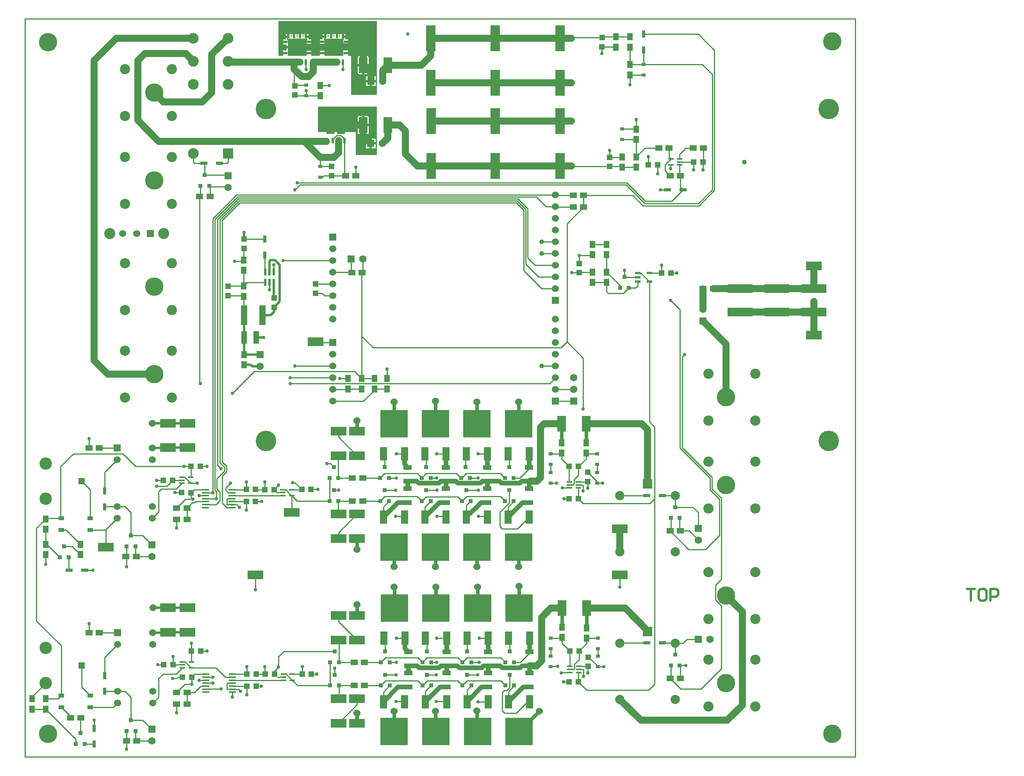
<source format=gtl>
G04*
G04 #@! TF.GenerationSoftware,Altium Limited,CircuitStudio,1.5.1 (13)*
G04*
G04 Layer_Physical_Order=1*
G04 Layer_Color=11767835*
%FSLAX23Y23*%
%MOIN*%
G70*
G01*
G75*
%ADD10R,0.031X0.063*%
%ADD11R,0.060X0.050*%
%ADD12R,0.035X0.037*%
%ADD13R,0.035X0.037*%
%ADD14R,0.047X0.032*%
%ADD15R,0.050X0.060*%
%ADD16R,0.136X0.073*%
%ADD17R,0.063X0.031*%
%ADD18R,0.050X0.107*%
%ADD19R,0.055X0.165*%
G04:AMPARAMS|DCode=20|XSize=43mil|YSize=70mil|CornerRadius=3mil|HoleSize=0mil|Usage=FLASHONLY|Rotation=90.000|XOffset=0mil|YOffset=0mil|HoleType=Round|Shape=RoundedRectangle|*
%AMROUNDEDRECTD20*
21,1,0.043,0.064,0,0,90.0*
21,1,0.037,0.070,0,0,90.0*
1,1,0.006,0.032,0.018*
1,1,0.006,0.032,-0.018*
1,1,0.006,-0.032,-0.018*
1,1,0.006,-0.032,0.018*
%
%ADD20ROUNDEDRECTD20*%
G04:AMPARAMS|DCode=21|XSize=37mil|YSize=70mil|CornerRadius=3mil|HoleSize=0mil|Usage=FLASHONLY|Rotation=90.000|XOffset=0mil|YOffset=0mil|HoleType=Round|Shape=RoundedRectangle|*
%AMROUNDEDRECTD21*
21,1,0.037,0.065,0,0,90.0*
21,1,0.032,0.070,0,0,90.0*
1,1,0.005,0.032,0.016*
1,1,0.005,0.032,-0.016*
1,1,0.005,-0.032,-0.016*
1,1,0.005,-0.032,0.016*
%
%ADD21ROUNDEDRECTD21*%
%ADD22R,0.024X0.050*%
%ADD23R,0.024X0.028*%
%ADD24R,0.161X0.150*%
%ADD25R,0.030X0.023*%
%ADD26R,0.006X0.012*%
%ADD27R,0.047X0.024*%
G04:AMPARAMS|DCode=28|XSize=75mil|YSize=133mil|CornerRadius=3mil|HoleSize=0mil|Usage=FLASHONLY|Rotation=0.000|XOffset=0mil|YOffset=0mil|HoleType=Round|Shape=RoundedRectangle|*
%AMROUNDEDRECTD28*
21,1,0.075,0.127,0,0,0.0*
21,1,0.070,0.133,0,0,0.0*
1,1,0.005,0.035,-0.064*
1,1,0.005,-0.035,-0.064*
1,1,0.005,-0.035,0.064*
1,1,0.005,0.035,0.064*
%
%ADD28ROUNDEDRECTD28*%
%ADD29R,0.079X0.224*%
G04:AMPARAMS|DCode=30|XSize=75mil|YSize=133mil|CornerRadius=3mil|HoleSize=0mil|Usage=FLASHONLY|Rotation=270.000|XOffset=0mil|YOffset=0mil|HoleType=Round|Shape=RoundedRectangle|*
%AMROUNDEDRECTD30*
21,1,0.075,0.127,0,0,270.0*
21,1,0.070,0.133,0,0,270.0*
1,1,0.005,-0.064,-0.035*
1,1,0.005,-0.064,0.035*
1,1,0.005,0.064,0.035*
1,1,0.005,0.064,-0.035*
%
%ADD30ROUNDEDRECTD30*%
%ADD31R,0.047X0.050*%
G04:AMPARAMS|DCode=32|XSize=58mil|YSize=16mil|CornerRadius=2mil|HoleSize=0mil|Usage=FLASHONLY|Rotation=0.000|XOffset=0mil|YOffset=0mil|HoleType=Round|Shape=RoundedRectangle|*
%AMROUNDEDRECTD32*
21,1,0.058,0.012,0,0,0.0*
21,1,0.054,0.016,0,0,0.0*
1,1,0.004,0.027,-0.006*
1,1,0.004,-0.027,-0.006*
1,1,0.004,-0.027,0.006*
1,1,0.004,0.027,0.006*
%
%ADD32ROUNDEDRECTD32*%
%ADD33R,0.047X0.016*%
%ADD34R,0.063X0.118*%
%ADD35R,0.236X0.236*%
%ADD36R,0.050X0.047*%
G04:AMPARAMS|DCode=37|XSize=57mil|YSize=23mil|CornerRadius=3mil|HoleSize=0mil|Usage=FLASHONLY|Rotation=270.000|XOffset=0mil|YOffset=0mil|HoleType=Round|Shape=RoundedRectangle|*
%AMROUNDEDRECTD37*
21,1,0.057,0.017,0,0,270.0*
21,1,0.051,0.023,0,0,270.0*
1,1,0.006,-0.009,-0.026*
1,1,0.006,-0.009,0.026*
1,1,0.006,0.009,0.026*
1,1,0.006,0.009,-0.026*
%
%ADD37ROUNDEDRECTD37*%
%ADD38R,0.035X0.031*%
%ADD39R,0.024X0.050*%
%ADD40R,0.039X0.039*%
%ADD41R,0.217X0.077*%
G04:AMPARAMS|DCode=42|XSize=47mil|YSize=16mil|CornerRadius=2mil|HoleSize=0mil|Usage=FLASHONLY|Rotation=0.000|XOffset=0mil|YOffset=0mil|HoleType=Round|Shape=RoundedRectangle|*
%AMROUNDEDRECTD42*
21,1,0.047,0.012,0,0,0.0*
21,1,0.043,0.016,0,0,0.0*
1,1,0.004,0.021,-0.006*
1,1,0.004,-0.021,-0.006*
1,1,0.004,-0.021,0.006*
1,1,0.004,0.021,0.006*
%
%ADD42ROUNDEDRECTD42*%
%ADD43C,0.010*%
%ADD44C,0.030*%
%ADD45C,0.060*%
%ADD46C,0.040*%
%ADD47C,0.020*%
%ADD48C,0.063*%
%ADD49R,0.063X0.063*%
%ADD50C,0.157*%
%ADD51C,0.087*%
%ADD52R,0.060X0.060*%
%ADD53C,0.060*%
%ADD54C,0.175*%
%ADD55C,0.091*%
%ADD56R,0.091X0.091*%
%ADD57C,0.079*%
%ADD58R,0.079X0.079*%
%ADD59C,0.106*%
%ADD60R,0.056X0.056*%
%ADD61R,0.060X0.060*%
%ADD62C,0.060*%
%ADD63C,0.094*%
%ADD64R,0.063X0.063*%
%ADD65C,0.040*%
%ADD66C,0.030*%
G36*
X4774Y7618D02*
X4557D01*
Y7953D01*
X4534D01*
X4530Y7955D01*
Y7967D01*
X4505D01*
Y7987D01*
X4530D01*
Y7998D01*
X4500D01*
Y8017D01*
X4319D01*
Y7998D01*
X4289D01*
Y7987D01*
X4314D01*
Y7967D01*
X4289D01*
Y7955D01*
X4285Y7953D01*
X4219D01*
X4215Y7955D01*
Y7967D01*
X4190D01*
Y7987D01*
X4215D01*
Y7998D01*
X4185D01*
Y8017D01*
X4004D01*
Y7998D01*
X3974D01*
Y7987D01*
X3999D01*
Y7967D01*
X3974D01*
Y7955D01*
X3970Y7953D01*
X3937D01*
Y8248D01*
X4774D01*
Y7618D01*
D02*
G37*
G36*
Y7106D02*
X4596D01*
Y7303D01*
X4501D01*
Y7287D01*
X4436D01*
Y7303D01*
X4412D01*
Y7287D01*
X4347D01*
Y7303D01*
X4272D01*
Y7520D01*
X4774D01*
Y7106D01*
D02*
G37*
%LPC*%
G36*
X4694Y7439D02*
X4669D01*
Y7372D01*
X4707D01*
Y7426D01*
X4706Y7431D01*
X4703Y7435D01*
X4699Y7438D01*
X4694Y7439D01*
D02*
G37*
G36*
X4649D02*
X4624D01*
X4619Y7438D01*
X4615Y7435D01*
X4612Y7431D01*
X4611Y7426D01*
Y7372D01*
X4649D01*
Y7439D01*
D02*
G37*
G36*
X4766Y7726D02*
X4734D01*
Y7695D01*
X4766D01*
Y7726D01*
D02*
G37*
G36*
X4714D02*
X4683D01*
Y7695D01*
X4714D01*
Y7726D01*
D02*
G37*
G36*
X4707Y7352D02*
X4669D01*
Y7286D01*
X4694D01*
X4699Y7287D01*
X4703Y7289D01*
X4706Y7294D01*
X4707Y7298D01*
Y7352D01*
D02*
G37*
G36*
X4764Y7195D02*
X4733D01*
Y7163D01*
X4764D01*
Y7195D01*
D02*
G37*
G36*
X4713D02*
X4681D01*
Y7163D01*
X4713D01*
Y7195D01*
D02*
G37*
G36*
Y7246D02*
X4681D01*
Y7215D01*
X4713D01*
Y7246D01*
D02*
G37*
G36*
X4649Y7352D02*
X4611D01*
Y7298D01*
X4612Y7294D01*
X4615Y7289D01*
X4619Y7287D01*
X4624Y7286D01*
X4649D01*
Y7352D01*
D02*
G37*
G36*
X4764Y7246D02*
X4733D01*
Y7215D01*
X4764D01*
Y7246D01*
D02*
G37*
G36*
X4324Y8140D02*
X4312D01*
Y8126D01*
X4324D01*
Y8140D01*
D02*
G37*
G36*
X4474D02*
X4462D01*
Y8112D01*
X4456D01*
Y8140D01*
X4444D01*
Y8116D01*
X4424D01*
Y8140D01*
X4412D01*
Y8112D01*
X4406D01*
Y8140D01*
X4394D01*
Y8116D01*
X4374D01*
Y8140D01*
X4362D01*
Y8112D01*
X4356D01*
Y8140D01*
X4344D01*
Y8116D01*
X4334D01*
Y8106D01*
X4312D01*
Y8094D01*
X4289D01*
Y8082D01*
X4314D01*
Y8062D01*
X4289D01*
Y8050D01*
X4319D01*
Y8037D01*
X4500D01*
Y8050D01*
X4530D01*
Y8062D01*
X4505D01*
Y8082D01*
X4530D01*
Y8094D01*
X4506D01*
Y8106D01*
X4484D01*
Y8116D01*
X4474D01*
Y8140D01*
D02*
G37*
G36*
X4160D02*
X4148D01*
Y8112D01*
X4142D01*
Y8140D01*
X4130D01*
Y8116D01*
X4110D01*
Y8140D01*
X4098D01*
Y8112D01*
X4092D01*
Y8140D01*
X4080D01*
Y8116D01*
X4060D01*
Y8140D01*
X4048D01*
Y8112D01*
X4042D01*
Y8140D01*
X4030D01*
Y8116D01*
X4020D01*
Y8106D01*
X3998D01*
Y8094D01*
X3974D01*
Y8082D01*
X3999D01*
Y8062D01*
X3974D01*
Y8050D01*
X4004D01*
Y8037D01*
X4185D01*
Y8050D01*
X4215D01*
Y8062D01*
X4190D01*
Y8082D01*
X4215D01*
Y8094D01*
X4192D01*
Y8106D01*
X4170D01*
Y8116D01*
X4160D01*
Y8140D01*
D02*
G37*
G36*
X4192D02*
X4180D01*
Y8126D01*
X4192D01*
Y8140D01*
D02*
G37*
G36*
X4010D02*
X3998D01*
Y8126D01*
X4010D01*
Y8140D01*
D02*
G37*
G36*
X4506D02*
X4494D01*
Y8126D01*
X4506D01*
Y8140D01*
D02*
G37*
G36*
X4649Y7864D02*
X4611D01*
Y7810D01*
X4612Y7805D01*
X4615Y7801D01*
X4619Y7798D01*
X4624Y7797D01*
X4649D01*
Y7864D01*
D02*
G37*
G36*
X4766Y7778D02*
X4734D01*
Y7746D01*
X4766D01*
Y7778D01*
D02*
G37*
G36*
X4714D02*
X4683D01*
Y7746D01*
X4714D01*
Y7778D01*
D02*
G37*
G36*
X4694Y7951D02*
X4669D01*
Y7884D01*
X4707D01*
Y7938D01*
X4706Y7943D01*
X4703Y7947D01*
X4699Y7950D01*
X4694Y7951D01*
D02*
G37*
G36*
X4649D02*
X4624D01*
X4619Y7950D01*
X4615Y7947D01*
X4612Y7943D01*
X4611Y7938D01*
Y7884D01*
X4649D01*
Y7951D01*
D02*
G37*
G36*
X4707Y7864D02*
X4669D01*
Y7797D01*
X4694D01*
X4699Y7798D01*
X4703Y7801D01*
X4706Y7805D01*
X4707Y7810D01*
Y7864D01*
D02*
G37*
%LPD*%
D10*
X2362Y2213D02*
D03*
Y2079D02*
D03*
X2451Y2530D02*
D03*
Y2663D02*
D03*
Y4104D02*
D03*
Y4238D02*
D03*
X3819Y6254D02*
D03*
Y6388D02*
D03*
X7053Y8138D02*
D03*
Y8004D02*
D03*
D11*
X2249Y2303D02*
D03*
X2161D02*
D03*
X2725Y2106D02*
D03*
X2638D02*
D03*
X2633Y3681D02*
D03*
X2721D02*
D03*
X3263Y6752D02*
D03*
X3351D02*
D03*
X6540Y6762D02*
D03*
X6452D02*
D03*
Y6663D02*
D03*
X6540D02*
D03*
X2406Y4606D02*
D03*
X2318D02*
D03*
X3154Y3996D02*
D03*
X3066D02*
D03*
X3154Y4094D02*
D03*
X3066D02*
D03*
X2318Y3031D02*
D03*
X2406D02*
D03*
X3066Y2421D02*
D03*
X3154D02*
D03*
X3066Y2520D02*
D03*
X3154D02*
D03*
X4670Y2579D02*
D03*
X4582D02*
D03*
X4670Y2776D02*
D03*
X4582D02*
D03*
X4650Y6102D02*
D03*
X4563D02*
D03*
X4508Y6929D02*
D03*
X4595D02*
D03*
X7181Y7165D02*
D03*
X7268D02*
D03*
X7367Y6929D02*
D03*
X7279D02*
D03*
X7476Y7165D02*
D03*
X7563D02*
D03*
X7560Y5965D02*
D03*
X7648D02*
D03*
X7367Y3898D02*
D03*
X7279D02*
D03*
Y2638D02*
D03*
X7367D02*
D03*
X4567Y4350D02*
D03*
X4654D02*
D03*
X4567Y4154D02*
D03*
X4654D02*
D03*
D12*
X2207Y2080D02*
D03*
X2244Y2172D02*
D03*
X2640Y2191D02*
D03*
X2677Y2283D02*
D03*
X2069Y3674D02*
D03*
X2106Y3767D02*
D03*
X2640Y3766D02*
D03*
X2677Y3858D02*
D03*
X3270Y6844D02*
D03*
X3307Y6936D02*
D03*
X6888Y6065D02*
D03*
X6851Y5973D02*
D03*
X7285Y4009D02*
D03*
X7323Y4101D02*
D03*
X7285Y2749D02*
D03*
X7323Y2842D02*
D03*
X5873Y2578D02*
D03*
X5910Y2670D02*
D03*
X5164Y2777D02*
D03*
X5201Y2869D02*
D03*
X5164Y2578D02*
D03*
X5201Y2670D02*
D03*
X5873Y2777D02*
D03*
X5910Y2869D02*
D03*
X5506Y2777D02*
D03*
X5544Y2869D02*
D03*
X5506Y2578D02*
D03*
X5544Y2670D02*
D03*
X4376Y2777D02*
D03*
X4414Y2869D02*
D03*
X4376Y2578D02*
D03*
X4414Y2670D02*
D03*
X4810Y2578D02*
D03*
X4847Y2670D02*
D03*
X4810Y2777D02*
D03*
X4847Y2869D02*
D03*
X5868Y4153D02*
D03*
X5906Y4245D02*
D03*
X5868Y4351D02*
D03*
X5906Y4444D02*
D03*
X5502Y4153D02*
D03*
X5539Y4245D02*
D03*
X5494Y4351D02*
D03*
X5531Y4444D02*
D03*
X5159Y4153D02*
D03*
X5197Y4245D02*
D03*
X5159Y4351D02*
D03*
X5197Y4444D02*
D03*
X4805Y4153D02*
D03*
X4843Y4245D02*
D03*
X4803Y4350D02*
D03*
X4841Y4443D02*
D03*
X4372Y4351D02*
D03*
X4409Y4444D02*
D03*
X4372Y4153D02*
D03*
X4409Y4245D02*
D03*
D13*
X2281Y2080D02*
D03*
X2715Y2191D02*
D03*
X2144Y3674D02*
D03*
X2715Y3766D02*
D03*
X3344Y6844D02*
D03*
X6926Y5973D02*
D03*
X7360Y4009D02*
D03*
Y2749D02*
D03*
X5947Y2578D02*
D03*
X5239Y2777D02*
D03*
Y2578D02*
D03*
X5947Y2777D02*
D03*
X5581D02*
D03*
X5581Y2578D02*
D03*
X4451Y2777D02*
D03*
X4451Y2578D02*
D03*
X4884D02*
D03*
X4884Y2777D02*
D03*
X5943Y4153D02*
D03*
X5943Y4351D02*
D03*
X5577Y4153D02*
D03*
X5569Y4351D02*
D03*
X5234Y4153D02*
D03*
Y4351D02*
D03*
X4880Y4153D02*
D03*
X4878Y4350D02*
D03*
X4447Y4351D02*
D03*
X4447Y4153D02*
D03*
D14*
X2081Y2492D02*
D03*
Y2392D02*
D03*
X2329D02*
D03*
Y2492D02*
D03*
X2081Y4007D02*
D03*
Y3907D02*
D03*
X2329D02*
D03*
Y4007D02*
D03*
D15*
X1949Y2377D02*
D03*
Y2465D02*
D03*
X1831D02*
D03*
Y2377D02*
D03*
X2244Y3696D02*
D03*
Y3784D02*
D03*
X1949Y3696D02*
D03*
Y3784D02*
D03*
Y3913D02*
D03*
Y4000D02*
D03*
X4291Y7701D02*
D03*
Y7614D02*
D03*
X3642Y5404D02*
D03*
Y5316D02*
D03*
X3640Y5901D02*
D03*
Y5989D02*
D03*
Y6210D02*
D03*
Y6122D02*
D03*
X4528Y5111D02*
D03*
Y5198D02*
D03*
X4646D02*
D03*
Y5111D02*
D03*
X4754Y5111D02*
D03*
Y5198D02*
D03*
X4862D02*
D03*
Y5111D02*
D03*
X6817Y8115D02*
D03*
Y8027D02*
D03*
X6935D02*
D03*
Y8115D02*
D03*
Y7878D02*
D03*
Y7791D02*
D03*
X6870Y7091D02*
D03*
Y7003D02*
D03*
X6988D02*
D03*
Y7091D02*
D03*
Y7327D02*
D03*
Y7240D02*
D03*
X6614Y6255D02*
D03*
Y6343D02*
D03*
X6737D02*
D03*
Y6255D02*
D03*
X6614Y6107D02*
D03*
Y6019D02*
D03*
X6737Y6107D02*
D03*
Y6019D02*
D03*
X6356Y3075D02*
D03*
Y2988D02*
D03*
X6566Y2982D02*
D03*
Y3070D02*
D03*
X6352Y4563D02*
D03*
Y4650D02*
D03*
X6561Y4650D02*
D03*
Y4563D02*
D03*
D16*
X2461Y3760D02*
D03*
X8504Y6161D02*
D03*
X4048Y4055D02*
D03*
X3740Y3524D02*
D03*
X6850Y3917D02*
D03*
Y3524D02*
D03*
X4252Y5512D02*
D03*
X8504Y5571D02*
D03*
D17*
X2281Y3563D02*
D03*
X2148D02*
D03*
X3299Y7037D02*
D03*
X3433D02*
D03*
X7390Y6811D02*
D03*
X7256D02*
D03*
X7213Y4199D02*
D03*
X7079D02*
D03*
X7213Y2943D02*
D03*
X7079D02*
D03*
D18*
X3642Y5551D02*
D03*
X3746D02*
D03*
D19*
X3642Y5738D02*
D03*
X3799D02*
D03*
D20*
X5039Y4141D02*
D03*
X6079Y2566D02*
D03*
Y2747D02*
D03*
X5371Y2566D02*
D03*
Y2747D02*
D03*
X5044Y2566D02*
D03*
Y2747D02*
D03*
X5725D02*
D03*
Y2566D02*
D03*
X6075Y4322D02*
D03*
Y4141D02*
D03*
X5720D02*
D03*
Y4322D02*
D03*
X5366D02*
D03*
Y4141D02*
D03*
X5039Y4322D02*
D03*
D21*
Y4259D02*
D03*
X6079Y2685D02*
D03*
Y2866D02*
D03*
X5371Y2685D02*
D03*
Y2866D02*
D03*
X5044Y2685D02*
D03*
Y2866D02*
D03*
X5725D02*
D03*
Y2685D02*
D03*
X6075Y4441D02*
D03*
Y4259D02*
D03*
X5720D02*
D03*
Y4441D02*
D03*
X5366D02*
D03*
Y4259D02*
D03*
X5039Y4441D02*
D03*
D22*
X4334Y7900D02*
D03*
X4384D02*
D03*
X4434D02*
D03*
X4484D02*
D03*
X4170D02*
D03*
X4120D02*
D03*
X4070D02*
D03*
X4020D02*
D03*
D23*
X4484Y8116D02*
D03*
X4434D02*
D03*
X4384D02*
D03*
X4334D02*
D03*
X4020D02*
D03*
X4070D02*
D03*
X4120D02*
D03*
X4170D02*
D03*
D24*
X4409Y8027D02*
D03*
X4095D02*
D03*
D25*
X4505Y8072D02*
D03*
X4314D02*
D03*
X4314Y7977D02*
D03*
X4505Y7977D02*
D03*
X4190D02*
D03*
X3999Y7977D02*
D03*
X3999Y8072D02*
D03*
X4190D02*
D03*
D26*
X4326Y8096D02*
D03*
X4493D02*
D03*
X4178D02*
D03*
X4011D02*
D03*
D27*
X7002Y6100D02*
D03*
Y6063D02*
D03*
Y6026D02*
D03*
X7101D02*
D03*
Y6100D02*
D03*
D28*
X4659Y7874D02*
D03*
X4869D02*
D03*
Y7362D02*
D03*
X4659D02*
D03*
X6566Y3238D02*
D03*
X6356D02*
D03*
X6352Y4813D02*
D03*
X6561D02*
D03*
D29*
X5236Y8104D02*
D03*
Y7722D02*
D03*
X5787D02*
D03*
Y8104D02*
D03*
X6339Y8104D02*
D03*
Y7722D02*
D03*
X5239Y7014D02*
D03*
Y7396D02*
D03*
X5787D02*
D03*
Y7014D02*
D03*
X6339Y7014D02*
D03*
Y7396D02*
D03*
D30*
X3160Y4608D02*
D03*
Y4817D02*
D03*
X2992D02*
D03*
Y4608D02*
D03*
Y3033D02*
D03*
Y3243D02*
D03*
X3160D02*
D03*
Y3033D02*
D03*
X4449Y2966D02*
D03*
Y3176D02*
D03*
X4606D02*
D03*
Y2966D02*
D03*
X4449Y2467D02*
D03*
Y2257D02*
D03*
X4606D02*
D03*
Y2467D02*
D03*
X4449Y4750D02*
D03*
Y4541D02*
D03*
Y3832D02*
D03*
Y4042D02*
D03*
X4606Y4541D02*
D03*
Y4750D02*
D03*
Y4042D02*
D03*
Y3832D02*
D03*
D31*
X3189Y4224D02*
D03*
X3110Y4225D02*
D03*
X3032Y4331D02*
D03*
X2952Y4331D02*
D03*
X3189Y4449D02*
D03*
X3268Y4449D02*
D03*
X3740Y4148D02*
D03*
X3661Y4148D02*
D03*
X3740Y4252D02*
D03*
X3661Y4252D02*
D03*
X3898Y4250D02*
D03*
X3819Y4250D02*
D03*
X2957Y2756D02*
D03*
X3036Y2756D02*
D03*
X3114Y2650D02*
D03*
X3194Y2650D02*
D03*
X3272Y2874D02*
D03*
X3193Y2874D02*
D03*
X3666Y2573D02*
D03*
X3745Y2573D02*
D03*
X3666Y2677D02*
D03*
X3745Y2677D02*
D03*
X3823Y2675D02*
D03*
X3902Y2675D02*
D03*
X4217Y2677D02*
D03*
X4138Y2677D02*
D03*
X7172Y7022D02*
D03*
X7093Y7022D02*
D03*
X7559Y7047D02*
D03*
X7480Y7047D02*
D03*
X7284Y6100D02*
D03*
X7204Y6100D02*
D03*
X6496Y2608D02*
D03*
X6417Y2608D02*
D03*
X6421Y2874D02*
D03*
X6501Y2874D02*
D03*
X6417Y4173D02*
D03*
X6496Y4173D02*
D03*
X6496Y4449D02*
D03*
X6417Y4449D02*
D03*
X4134Y4252D02*
D03*
X4213Y4252D02*
D03*
D32*
X3312Y4250D02*
D03*
Y4224D02*
D03*
Y4199D02*
D03*
Y4173D02*
D03*
Y4148D02*
D03*
Y4122D02*
D03*
Y4096D02*
D03*
X3538D02*
D03*
Y4122D02*
D03*
Y4148D02*
D03*
Y4173D02*
D03*
Y4199D02*
D03*
Y4224D02*
D03*
Y4250D02*
D03*
X3317Y2675D02*
D03*
Y2650D02*
D03*
Y2624D02*
D03*
Y2598D02*
D03*
Y2573D02*
D03*
Y2547D02*
D03*
Y2522D02*
D03*
X3543D02*
D03*
Y2547D02*
D03*
Y2573D02*
D03*
Y2598D02*
D03*
Y2624D02*
D03*
Y2650D02*
D03*
Y2675D02*
D03*
D33*
X3112Y4356D02*
D03*
Y4331D02*
D03*
Y4305D02*
D03*
X3187D02*
D03*
Y4356D02*
D03*
X4048Y4250D02*
D03*
Y4199D02*
D03*
X3973D02*
D03*
Y4225D02*
D03*
Y4250D02*
D03*
X3191Y2781D02*
D03*
Y2730D02*
D03*
X3117D02*
D03*
Y2756D02*
D03*
Y2781D02*
D03*
X3978Y2675D02*
D03*
Y2650D02*
D03*
Y2624D02*
D03*
X4052D02*
D03*
Y2675D02*
D03*
X7285Y7022D02*
D03*
Y7073D02*
D03*
X7360D02*
D03*
Y7047D02*
D03*
Y7022D02*
D03*
D34*
X5012Y2441D02*
D03*
X4831D02*
D03*
X5371D02*
D03*
X5189D02*
D03*
X5725D02*
D03*
X5544D02*
D03*
X6079D02*
D03*
X5898D02*
D03*
X5012Y4016D02*
D03*
X4831D02*
D03*
X5898Y2982D02*
D03*
X6079D02*
D03*
X5544D02*
D03*
X5725D02*
D03*
X5189D02*
D03*
X5371D02*
D03*
X4835D02*
D03*
X5016D02*
D03*
X5366Y4016D02*
D03*
X5185D02*
D03*
X5720D02*
D03*
X5539D02*
D03*
X6075D02*
D03*
X5894D02*
D03*
X4831Y4557D02*
D03*
X5012D02*
D03*
X5185D02*
D03*
X5366D02*
D03*
X5539D02*
D03*
X5720D02*
D03*
X5894D02*
D03*
X6075D02*
D03*
D35*
X4921Y2185D02*
D03*
X5280D02*
D03*
X5634D02*
D03*
X5989D02*
D03*
X4921Y3760D02*
D03*
X5989Y3238D02*
D03*
X5634D02*
D03*
X5280D02*
D03*
X4926D02*
D03*
X5276Y3760D02*
D03*
X5630D02*
D03*
X5984D02*
D03*
X4921Y4813D02*
D03*
X5276D02*
D03*
X5630D02*
D03*
X5984D02*
D03*
D36*
X3642Y6308D02*
D03*
X3642Y6388D02*
D03*
X3898Y5807D02*
D03*
X3898Y5886D02*
D03*
X3504Y5905D02*
D03*
X3504Y5985D02*
D03*
X4252Y6006D02*
D03*
X4252Y5926D02*
D03*
X4075Y7697D02*
D03*
X4075Y7618D02*
D03*
X4390Y6929D02*
D03*
X4390Y7008D02*
D03*
X6697Y8031D02*
D03*
X6698Y8111D02*
D03*
X6762Y7008D02*
D03*
X6762Y7087D02*
D03*
X6501Y6102D02*
D03*
X6501Y6181D02*
D03*
X6579Y2821D02*
D03*
X6579Y2742D02*
D03*
X6575Y4320D02*
D03*
X6575Y4400D02*
D03*
D37*
X3896Y6108D02*
D03*
X3858D02*
D03*
X3821D02*
D03*
Y6018D02*
D03*
X3858D02*
D03*
X3896D02*
D03*
D38*
X4173Y7612D02*
D03*
Y7703D02*
D03*
X4291Y7008D02*
D03*
Y6917D02*
D03*
X7053Y7880D02*
D03*
Y7789D02*
D03*
X6870Y7329D02*
D03*
Y7238D02*
D03*
X6260Y2831D02*
D03*
Y2740D02*
D03*
Y2892D02*
D03*
Y2982D02*
D03*
X6663Y2892D02*
D03*
Y2982D02*
D03*
Y2831D02*
D03*
Y2740D02*
D03*
X6654Y4467D02*
D03*
Y4557D02*
D03*
X6654Y4397D02*
D03*
Y4306D02*
D03*
X6260Y4397D02*
D03*
Y4306D02*
D03*
X6260Y4467D02*
D03*
Y4557D02*
D03*
D39*
X4349Y7230D02*
D03*
X4399D02*
D03*
X4449D02*
D03*
X4499D02*
D03*
D40*
X4380Y7362D02*
D03*
X4469D02*
D03*
D41*
X7874Y5966D02*
D03*
Y5767D02*
D03*
X8189Y5966D02*
D03*
Y5767D02*
D03*
X8504Y5966D02*
D03*
Y5767D02*
D03*
D42*
X6423Y2691D02*
D03*
Y2717D02*
D03*
Y2742D02*
D03*
X6499D02*
D03*
Y2717D02*
D03*
Y2691D02*
D03*
X6419Y4266D02*
D03*
Y4291D02*
D03*
Y4317D02*
D03*
X6494D02*
D03*
Y4291D02*
D03*
Y4266D02*
D03*
D43*
X2461Y3760D02*
Y3906D01*
X2054Y2465D02*
X2081Y2492D01*
X1949Y2465D02*
X2054D01*
X2081Y2492D02*
Y2919D01*
X1870Y3130D02*
X2081Y2919D01*
X2077Y4007D02*
Y4449D01*
X1870Y3130D02*
Y3922D01*
X1949Y4000D01*
X1955Y4007D01*
X2077D01*
Y4449D02*
X2185Y4557D01*
X2608D01*
X2717Y4449D01*
X3130D01*
X2281Y3563D02*
X2352D01*
X2362Y2213D02*
Y2283D01*
X1831Y2480D02*
X1949Y2598D01*
X1831Y2465D02*
Y2480D01*
X2281Y2080D02*
X2361D01*
X2244Y2172D02*
Y2299D01*
X2207Y2080D02*
Y2120D01*
X1949Y2377D02*
X2207Y2120D01*
X1831Y2377D02*
X1949D01*
X2081Y2392D02*
X2161Y2312D01*
X2524Y2392D02*
X2563Y2431D01*
X2329Y2392D02*
X2524D01*
X2256Y2565D02*
X2329Y2492D01*
X2256Y2565D02*
Y2748D01*
X2459Y3907D02*
X2559Y4006D01*
X2329Y3907D02*
X2459D01*
X2329Y4007D02*
Y4250D01*
X2256Y4323D02*
X2329Y4250D01*
X1949Y3612D02*
Y3696D01*
X1959Y3784D02*
X2069Y3674D01*
X1949Y3784D02*
X1959D01*
X2144Y3567D02*
Y3674D01*
X2174Y3767D02*
X2244Y3696D01*
X2106Y3767D02*
X2174D01*
X2121Y3907D02*
X2244Y3784D01*
X2081Y3907D02*
X2121D01*
X1949Y3784D02*
Y3913D01*
X4449Y2257D02*
X4606Y2415D01*
X5965Y2343D02*
X6063Y2441D01*
X4075Y6811D02*
X4078D01*
X4120Y6853D01*
X4094Y6870D02*
X6909D01*
X7067Y6713D01*
X3666Y2500D02*
Y2573D01*
X3543Y2624D02*
X3978D01*
X6443Y8111D02*
X6698D01*
X6443Y7008D02*
X6762D01*
X3191Y2730D02*
X3402D01*
X3482Y2650D01*
X3543D01*
X4048Y4055D02*
Y4199D01*
X4484Y7835D02*
Y7900D01*
X3976Y6206D02*
X4399D01*
X7367Y6834D02*
X7390Y6811D01*
X7367Y6834D02*
Y6929D01*
X3312Y4224D02*
X3374D01*
X3374D02*
Y6563D01*
X3577Y6766D01*
X6299D01*
X6304Y6762D02*
X6452D01*
X3317Y2598D02*
X3376D01*
X3391Y4250D02*
Y6556D01*
X3312Y4173D02*
X3405D01*
X3391Y6556D02*
X3584Y6749D01*
X3391Y4250D02*
X3404Y4237D01*
Y4175D02*
Y4237D01*
X3405Y4173D02*
X3406Y4173D01*
X6218Y6666D02*
X6299D01*
X3584Y6749D02*
X6135D01*
X6218Y6666D01*
X6302Y6663D02*
X6452D01*
X6181Y6366D02*
X6299D01*
X6181Y6266D02*
X6299D01*
X2638Y3593D02*
Y3677D01*
X2633Y3681D02*
X2638Y3677D01*
X3415Y4459D02*
X3445Y4429D01*
X3415Y4459D02*
Y6556D01*
X6127Y6166D02*
X6299D01*
X3591Y6732D02*
X5980D01*
X3415Y6556D02*
X3591Y6732D01*
X6063Y6230D02*
X6127Y6166D01*
X5980Y6732D02*
X6063Y6649D01*
Y6230D02*
Y6649D01*
X3312Y4122D02*
X3402D01*
X3435Y4155D01*
X3408Y4257D02*
X3435Y4229D01*
X3408Y4257D02*
Y4343D01*
X3435Y4481D02*
Y6552D01*
X3408Y4343D02*
X3475Y4410D01*
X3435Y6552D02*
X3598Y6715D01*
X3435Y4155D02*
Y4229D01*
X3475Y4410D02*
Y4442D01*
X3435Y4481D02*
X3475Y4442D01*
X5973Y6715D02*
X6046Y6642D01*
X3598Y6715D02*
X5973D01*
X6156Y6066D02*
X6299D01*
X6046Y6176D02*
Y6642D01*
Y6176D02*
X6156Y6066D01*
X3455Y4136D02*
Y4366D01*
Y4136D02*
X3494Y4096D01*
X3455Y4366D02*
X3492Y4403D01*
Y4449D01*
X3455Y4486D02*
Y6548D01*
Y4486D02*
X3492Y4449D01*
X3455Y6548D02*
X3605Y6698D01*
X3494Y4096D02*
X3538D01*
X6029Y6119D02*
X6181Y5966D01*
X5966Y6698D02*
X6029Y6635D01*
X3605Y6698D02*
X5966D01*
X6181Y5966D02*
X6299D01*
X6029Y6119D02*
Y6635D01*
X7279Y3898D02*
X7437Y3740D01*
X7283Y5866D02*
X7362Y5787D01*
X7437Y3740D02*
X7579D01*
X7700Y3861D01*
Y4171D01*
X7362Y4606D02*
X7620Y4349D01*
X7362Y4606D02*
Y5787D01*
X7620Y4250D02*
X7700Y4171D01*
X7620Y4250D02*
Y4349D01*
X2638Y2037D02*
Y2106D01*
X3543Y2481D02*
X3543Y2480D01*
X3543Y2481D02*
Y2522D01*
X7368Y2549D02*
X7542D01*
X7279Y2638D02*
X7368Y2549D01*
X7382Y4611D02*
Y5384D01*
Y4611D02*
X7637Y4356D01*
X7382Y5384D02*
X7402Y5404D01*
X7717Y2724D02*
Y3258D01*
X7665Y3309D02*
Y3435D01*
X7542Y2549D02*
X7717Y2724D01*
X7665Y3435D02*
X7717Y3487D01*
X7665Y3309D02*
X7717Y3258D01*
Y3487D02*
Y4178D01*
X7637Y4257D02*
Y4356D01*
Y4257D02*
X7717Y4178D01*
X6181Y5306D02*
X6299D01*
X3263Y5162D02*
X3268Y5157D01*
X3263Y5162D02*
Y6752D01*
X4251Y5156D02*
X4912D01*
X4035Y5157D02*
X4251Y5156D01*
X4913Y5157D02*
X6251D01*
X4912Y5156D02*
X4913Y5157D01*
X6251D02*
X6299Y5206D01*
Y5106D02*
X6457D01*
X6299Y5006D02*
X6457D01*
X4252Y6006D02*
X4399D01*
Y6106D02*
X4559D01*
X4399Y5006D02*
X4659D01*
X4399Y5106D02*
X4523D01*
X4528Y5111D01*
X4035Y5206D02*
X4399D01*
X7067Y6713D02*
X7291D01*
X7390Y6811D01*
X4075Y5306D02*
X4399D01*
X4120Y6853D02*
X6902D01*
X7063Y6693D01*
X7520D01*
X7638Y6811D01*
X7553Y7880D02*
X7638Y7795D01*
Y6811D02*
Y7795D01*
X7053Y7880D02*
X7553D01*
X4258Y5506D02*
X4399D01*
X6358Y4266D02*
X6419D01*
X6852Y4199D02*
X7079D01*
X7213D02*
X7321D01*
X6852Y2943D02*
X7079D01*
X7213D02*
X7321D01*
X6496Y2608D02*
X6565Y2539D01*
X7094D01*
X7146Y2591D01*
Y4173D01*
X7106Y4134D02*
X7146Y4173D01*
Y4783D01*
X7101Y4828D02*
X7146Y4783D01*
X7101Y4828D02*
Y6026D01*
X2638Y2189D02*
X2640Y2191D01*
X2638Y2106D02*
Y2189D01*
X3187Y4305D02*
X3242D01*
X3484Y4266D02*
X3524Y4305D01*
X3484Y4246D02*
Y4266D01*
Y4246D02*
X3506Y4224D01*
X3538D01*
X3973Y4199D02*
X3973Y4199D01*
X3538Y4250D02*
X3659D01*
X4528Y5111D02*
X4646D01*
X3504Y5905D02*
X3636D01*
X3508Y5989D02*
X3640D01*
X6691Y8104D02*
X6698Y8111D01*
X6702Y8115D01*
X6817D01*
X6935D01*
Y7878D02*
Y8027D01*
Y7878D02*
X7052D01*
X7053Y7880D01*
Y8004D01*
X4173Y7612D02*
Y7657D01*
X4170Y7838D02*
Y7900D01*
X4070Y7703D02*
Y7840D01*
X4080Y7703D02*
X4173D01*
X4080Y7612D02*
X4173D01*
X4290D01*
X3307Y6936D02*
Y7030D01*
X3270Y6758D02*
Y6844D01*
X3307Y6936D02*
X3499D01*
X3219Y7037D02*
X3299D01*
X3209Y7047D02*
X3219Y7037D01*
X3209Y7047D02*
Y7120D01*
X3433Y7037D02*
X3494D01*
X3504Y7047D01*
Y7120D01*
X4499Y7230D02*
Y7242D01*
X4469Y7272D02*
X4499Y7242D01*
X4432Y7272D02*
X4469D01*
X4399Y7239D02*
X4432Y7272D01*
X4399Y7230D02*
Y7239D01*
X4291Y7008D02*
Y7087D01*
X4291Y7087D01*
X4291Y7008D02*
X4390D01*
X4499Y6938D02*
Y7230D01*
Y6938D02*
X4508Y6929D01*
X4390D02*
X4508D01*
X4390Y6929D02*
X4390Y6929D01*
X4291Y6917D02*
X4310D01*
X4321Y6929D01*
X4390D01*
X6756Y7014D02*
X6762Y7008D01*
X6866D01*
X6870Y7003D01*
X6988D01*
Y7091D02*
Y7240D01*
X6872D02*
X6988D01*
Y7091D02*
X7063Y7165D01*
X7181D01*
X7268Y7090D02*
Y7165D01*
Y7090D02*
X7285Y7073D01*
X7360D02*
Y7114D01*
X7411Y7165D01*
X7476D01*
X7360Y6936D02*
Y7022D01*
Y6936D02*
X7367Y6929D01*
X7236Y7023D02*
X7285Y7073D01*
X7236Y6972D02*
Y7023D01*
Y6972D02*
X7279Y6929D01*
X7172Y6946D02*
Y7022D01*
X7283Y6988D02*
Y7020D01*
X7360Y7047D02*
X7480D01*
X3819Y6110D02*
Y6254D01*
X3640Y5989D02*
Y6122D01*
Y5989D02*
X3669Y6018D01*
X3821D01*
X3640Y5740D02*
Y5901D01*
Y5740D02*
X3642Y5738D01*
X2453Y4106D02*
X2559D01*
X2451Y4238D02*
Y4398D01*
X2559Y4506D01*
X2626Y4106D02*
X2677Y4055D01*
X2559Y4106D02*
X2626D01*
X3136Y4356D02*
X3187Y4305D01*
X3112Y4356D02*
X3136D01*
X3154Y3996D02*
Y4094D01*
X3538Y4148D02*
X3661D01*
X3997Y4250D02*
X4048Y4199D01*
X3973Y4250D02*
X3997D01*
X4094Y4153D02*
X4372D01*
X4048Y4199D02*
X4094Y4153D01*
X4447Y4351D02*
Y4539D01*
X4449Y4698D02*
X4606Y4541D01*
X4449Y4698D02*
Y4750D01*
X4447Y4044D02*
Y4153D01*
X4449Y3832D02*
Y3884D01*
X4606Y4042D01*
X4447Y4153D02*
X4566D01*
X4447Y4351D02*
X4566D01*
X4654Y4154D02*
X4804D01*
X4654Y4350D02*
X4803D01*
X4841Y4443D02*
Y4547D01*
X5494Y4344D02*
Y4346D01*
X5540Y4390D02*
X5830D01*
X5868Y4351D01*
X4805Y4153D02*
Y4156D01*
X4843Y4193D01*
X5119D01*
X5159Y4153D01*
X5197Y4190D01*
X5465D01*
X5502Y4153D01*
X5542Y4193D01*
X5828D01*
X5868Y4153D01*
X5159Y4351D02*
X5197Y4389D01*
X5452D01*
X5494Y4346D01*
X5497D01*
X5540Y4390D01*
X5197Y4444D02*
Y4545D01*
X5531Y4444D02*
Y4549D01*
X5906Y4444D02*
Y4545D01*
X5539Y4016D02*
Y4115D01*
X5577Y4153D01*
X4831Y4016D02*
Y4103D01*
X4880Y4153D01*
X5185Y4016D02*
Y4103D01*
X5234Y4153D01*
X4843Y4245D02*
X4934D01*
Y4023D02*
X5005D01*
X5012Y4016D01*
X5197Y4245D02*
X5288D01*
Y4023D02*
X5359D01*
X5366Y4016D01*
X5539Y4245D02*
X5643D01*
Y4023D02*
X5714D01*
X5720Y4016D01*
X5943Y4150D02*
Y4153D01*
X5894Y4101D02*
X5943Y4150D01*
X5906Y4137D02*
Y4245D01*
X5894Y4016D02*
Y4101D01*
X5976Y3917D02*
X6075Y4016D01*
X5846Y3917D02*
X5976D01*
X5827Y3937D02*
X5846Y3917D01*
X5827Y3937D02*
Y4058D01*
X5906Y4137D01*
X4941Y4557D02*
X5012D01*
X4941Y4557D02*
X4941Y4557D01*
X5285D02*
X5366D01*
X5285Y4557D02*
X5285Y4557D01*
X5235Y4350D02*
X5285D01*
X5640Y4557D02*
X5720D01*
X5640Y4557D02*
X5640Y4557D01*
X5570Y4350D02*
X5640D01*
X6260Y4397D02*
Y4467D01*
X6567Y4557D02*
X6654D01*
X6260D02*
X6347D01*
X6561Y4514D02*
Y4563D01*
X6496Y4449D02*
X6561Y4514D01*
X6352Y4514D02*
Y4563D01*
Y4514D02*
X6417Y4449D01*
X6419Y4291D02*
X6419Y4291D01*
X6496Y4173D02*
Y4264D01*
X6654Y4397D02*
Y4467D01*
X7323Y4101D02*
Y4201D01*
Y4101D02*
X7473D01*
X7520Y4055D01*
Y3919D02*
Y4055D01*
X2991Y4606D02*
X2992Y4608D01*
X2406Y4606D02*
X2559D01*
X3189Y4358D02*
Y4449D01*
X2677Y3858D02*
Y4055D01*
Y3858D02*
X2777D01*
X2854Y3781D01*
X2453Y2531D02*
X2563D01*
X2406Y3031D02*
X2563D01*
X2991Y3031D02*
X2992Y3033D01*
X2451Y2663D02*
Y2819D01*
X2563Y2931D01*
Y2531D02*
X2626D01*
X2677Y2480D01*
Y2283D02*
Y2480D01*
Y2283D02*
X2777D01*
X2854Y2206D01*
X2863Y2431D02*
X2865D01*
X2913Y2480D01*
Y2638D01*
X2953Y2677D01*
X3063D01*
X3117Y2730D01*
X3154Y2421D02*
Y2520D01*
X2859Y4006D02*
X2913Y4061D01*
Y4232D01*
X3117Y2781D02*
X3140D01*
X3191Y2730D01*
X3543Y2675D02*
X3663D01*
X3543Y2573D02*
X3665D01*
X4001Y2675D02*
X4052Y2624D01*
X3978Y2675D02*
X4001D01*
X3928Y2650D02*
X3978D01*
X4052Y2675D02*
X4136D01*
X3923Y4225D02*
X3973D01*
X3898Y4250D02*
X3923Y4225D01*
X4048Y4250D02*
X4131D01*
X4451Y2777D02*
Y2964D01*
Y2777D02*
X4581D01*
X4451Y2578D02*
X4581D01*
X4670Y2776D02*
X4809D01*
X4670Y2579D02*
X4809D01*
X4810Y2777D02*
X4848Y2815D01*
X5125D01*
X5164Y2777D01*
X5202Y2815D01*
X5468D01*
X5506Y2777D01*
X5545Y2815D01*
X5834D01*
X5873Y2777D01*
X4810Y2578D02*
X4850Y2618D01*
X5124D01*
X5164Y2578D01*
X5204Y2618D01*
X5466D01*
X5506Y2578D01*
X5511D01*
X5506D02*
X5547Y2618D01*
X5832D01*
X5873Y2578D01*
X4449Y3124D02*
X4606Y2966D01*
Y2415D02*
Y2467D01*
X4847Y2869D02*
Y2970D01*
X5201Y2869D02*
Y2970D01*
X5544Y2869D02*
Y2982D01*
X5910Y2869D02*
Y2970D01*
X4831Y2524D02*
X4884Y2578D01*
X4831Y2441D02*
Y2524D01*
X5189Y2529D02*
X5239Y2578D01*
X5189Y2441D02*
Y2529D01*
X5544Y2540D02*
X5581Y2578D01*
X5544Y2441D02*
Y2540D01*
X5947Y2575D02*
Y2578D01*
X5898Y2526D02*
X5947Y2575D01*
X5910Y2562D02*
Y2670D01*
X5884Y2536D02*
X5910Y2562D01*
X5846Y2520D02*
X5862Y2536D01*
X5846Y2362D02*
Y2520D01*
Y2362D02*
X5866Y2343D01*
X5965D01*
X6063Y2441D02*
X6079D01*
X5898D02*
Y2526D01*
X5862Y2536D02*
X5884D01*
X4449Y3124D02*
Y3176D01*
X4847Y2670D02*
X4938D01*
Y2444D02*
X5009D01*
X5201Y2670D02*
X5282D01*
Y2444D02*
X5368D01*
X5544Y2670D02*
X5637D01*
X5640Y2441D02*
X5725D01*
X4941Y2982D02*
X5016D01*
X4885Y2776D02*
X4941D01*
X5285Y2982D02*
X5371D01*
X5285Y2982D02*
X5285Y2982D01*
X5240Y2776D02*
X5285D01*
X5650Y2982D02*
X5725D01*
X5650Y2982D02*
X5650Y2982D01*
X5582Y2776D02*
X5650D01*
X6000Y2777D02*
X6079Y2856D01*
X5947Y2777D02*
X6000D01*
X5995Y4351D02*
X6075Y4431D01*
X5943Y4351D02*
X5995D01*
X6260Y2982D02*
X6351D01*
X6566D02*
X6663D01*
X6260Y2831D02*
Y2892D01*
X6663Y2831D02*
Y2892D01*
X6356Y2939D02*
Y2988D01*
Y2939D02*
X6421Y2874D01*
X6566Y2939D02*
Y2982D01*
X6501Y2874D02*
X6566Y2939D01*
X6421Y2744D02*
Y2874D01*
X6423Y2717D02*
X6423Y2717D01*
X6457D01*
X6463Y2723D01*
Y2762D01*
X6501Y2799D01*
Y2874D01*
X6496Y2608D02*
Y2688D01*
X6499Y2742D02*
X6579D01*
X7323Y2842D02*
Y2941D01*
X7390D01*
X7421Y2972D01*
X7520D01*
X7285Y2644D02*
Y2749D01*
X6737Y5940D02*
Y6019D01*
Y5940D02*
X6752Y5925D01*
X6878D01*
X6926Y5973D01*
X6737Y6107D02*
X6851Y5993D01*
Y5973D02*
Y5993D01*
X6614Y6019D02*
X6737D01*
Y6107D02*
Y6255D01*
X6614Y6343D02*
X6737D01*
X6926Y5973D02*
X6987D01*
X7002Y5989D01*
Y6026D01*
X7026Y6100D02*
X7101Y6026D01*
X7002Y6100D02*
X7026D01*
X7101D02*
X7204D01*
X4556Y6109D02*
X4559Y6106D01*
X4556Y6109D02*
Y6220D01*
X7285Y3904D02*
Y4009D01*
X3642Y6388D02*
X3819D01*
X2640Y3687D02*
Y3766D01*
X4451Y2469D02*
Y2578D01*
X4052Y2624D02*
X4099Y2578D01*
X4376D01*
Y2777D01*
X4138Y2740D02*
X4138Y2740D01*
X4138Y2677D02*
Y2740D01*
X3666Y2677D02*
Y2740D01*
X3036Y2756D02*
X3117D01*
X3036Y2756D02*
X3036Y2756D01*
X3036Y2756D02*
Y2825D01*
X3219Y2675D02*
X3317D01*
X3194Y2650D02*
X3219Y2675D01*
X3317Y2650D02*
X3374D01*
X3191Y2781D02*
Y2872D01*
X3193Y2874D02*
Y2940D01*
X3981Y2869D02*
X4414D01*
X7204Y6100D02*
Y6166D01*
X6505Y6107D02*
X6614D01*
X6501Y6102D02*
X6505Y6107D01*
X6439Y6102D02*
X6501D01*
X4659Y5006D02*
X4754Y5101D01*
Y5111D01*
X4862D01*
X4646Y5198D02*
X4754D01*
X4656Y6108D02*
Y6220D01*
X4646Y5561D02*
X4744Y5463D01*
X6348D01*
X6398Y5512D01*
Y6521D01*
X6540Y6663D01*
Y6762D01*
X4646Y5198D02*
Y5561D01*
Y6098D01*
X6571Y4317D02*
X6575Y4320D01*
X6494Y4317D02*
X6571D01*
X6535Y4134D02*
X7106D01*
X6496Y4173D02*
X6535Y4134D01*
X3189Y4187D02*
Y4224D01*
X3215Y4250D02*
X3312D01*
X3189Y4224D02*
X3215Y4250D01*
X3543Y5073D02*
X3729Y5260D01*
X7284Y6100D02*
X7337D01*
X6891Y6063D02*
X7002D01*
X6888Y6065D02*
X6891Y6063D01*
X6501Y6181D02*
Y6250D01*
X6609D01*
X6870Y7329D02*
X6987D01*
X6988Y7327D01*
Y7411D01*
X6762Y7087D02*
X6866D01*
X7093Y7022D02*
Y7093D01*
X7096Y7096D01*
X7559Y6979D02*
Y7047D01*
X7563Y7051D02*
Y7165D01*
X7195Y6811D02*
X7256D01*
X6935Y7707D02*
Y7791D01*
X7052D01*
X6697Y7973D02*
Y8031D01*
X6813D01*
X4291Y7701D02*
X4369D01*
X3351Y6752D02*
Y6837D01*
X3498D01*
X3640Y6210D02*
Y6307D01*
X3896Y6108D02*
Y6161D01*
X4252Y5926D02*
X4309D01*
X4330Y5906D01*
X4399D01*
X3729Y5260D02*
X4584D01*
X4646Y5198D01*
X4862Y5198D02*
Y5279D01*
X4460Y5198D02*
X4528D01*
X2318Y4606D02*
Y4685D01*
X2913Y4232D02*
X2936Y4255D01*
X3066Y3922D02*
Y3996D01*
X3258Y4199D02*
X3312D01*
X3494Y4173D02*
X3538D01*
X3494Y4173D02*
X3494Y4173D01*
X3494Y4120D02*
Y4173D01*
Y4120D02*
X3496Y4122D01*
X3538D01*
X3582D01*
X3602Y4101D01*
X3819Y4250D02*
Y4317D01*
X3742Y4250D02*
X3819D01*
X2715Y3687D02*
Y3766D01*
Y3687D02*
X2721Y3681D01*
X2854D01*
X3740Y3396D02*
Y3524D01*
X3272Y2874D02*
X3327D01*
X2904Y2756D02*
X2957D01*
X3078Y2650D02*
X3114D01*
X3066Y2347D02*
Y2421D01*
X3258Y2624D02*
X3317D01*
X3319Y2549D02*
X3445D01*
X3494Y2598D02*
X3543D01*
X3494Y2547D02*
Y2598D01*
Y2547D02*
X3494Y2547D01*
X3543D01*
X3596D01*
X3612Y2531D01*
X3745Y2573D02*
X3789D01*
X3745Y2677D02*
X3821D01*
X3819Y2680D02*
X3821Y2677D01*
X3819Y2680D02*
Y2740D01*
X4217Y2677D02*
X4261D01*
X2715Y2117D02*
Y2191D01*
Y2117D02*
X2725Y2106D01*
X2854D01*
X2318Y3031D02*
Y3106D01*
X7367Y2638D02*
Y2743D01*
X7360Y2749D02*
X7367Y2743D01*
X7360Y2749D02*
X7411D01*
X6370Y2608D02*
X6417D01*
X6663Y2740D02*
X6713D01*
X6499Y2717D02*
X6535D01*
X6575Y2687D02*
X6579Y2691D01*
X6535Y2717D02*
X6540Y2712D01*
Y2657D02*
Y2712D01*
X6260Y2740D02*
X6262Y2742D01*
X6319D01*
X6850Y3421D02*
Y3524D01*
X7360Y3904D02*
Y4009D01*
Y3904D02*
X7367Y3898D01*
X7441D01*
X7520Y3819D01*
X6575Y4262D02*
Y4320D01*
Y4262D02*
X6575Y4262D01*
X6496Y4374D02*
Y4449D01*
X6419Y4291D02*
X6447D01*
X6459Y4304D01*
Y4337D01*
X6496Y4374D01*
X6417Y4319D02*
Y4449D01*
X6260Y4306D02*
X6309D01*
X6371Y4173D02*
X6417D01*
X6575Y4400D02*
X6654Y4321D01*
Y4306D02*
Y4321D01*
Y4306D02*
X6703D01*
X6494Y4291D02*
X6530D01*
X6535Y4286D01*
Y4238D02*
Y4286D01*
X4595Y6929D02*
Y7002D01*
X4596Y7003D01*
X6575Y2687D02*
Y2738D01*
X6540Y6762D02*
X6959D01*
X7047Y6673D01*
X7524D01*
X7657Y6807D01*
Y8000D01*
X7520Y8138D02*
X7657Y8000D01*
X7053Y8138D02*
X7520D01*
X4381Y4472D02*
X4409Y4444D01*
X4350Y4472D02*
X4381D01*
X3032Y4331D02*
X3112D01*
X3062Y4255D02*
X3112Y4305D01*
X2936Y4255D02*
X3062D01*
X3661Y4075D02*
Y4148D01*
X3898Y4250D02*
Y4252D01*
X3937Y4291D01*
X7480Y6979D02*
Y7047D01*
X3661Y4252D02*
Y4317D01*
X4410Y4245D02*
X4449D01*
X4372Y4153D02*
Y4351D01*
X3563Y6201D02*
X3631D01*
X3640Y6210D01*
X6762Y7087D02*
X6762Y7087D01*
X6762Y7087D02*
Y7146D01*
X3189Y4449D02*
X3189Y4449D01*
X3130Y4449D02*
X3189D01*
X3268Y4449D02*
X3268Y4449D01*
X3327D01*
X4213Y4252D02*
X4213Y4252D01*
X4272D01*
X3538Y4199D02*
X3973D01*
X3740Y4148D02*
X3793D01*
X3189Y4187D02*
X3207Y4169D01*
X3154Y4094D02*
X3199Y4139D01*
X3220D01*
X3228Y4148D01*
X3312D01*
X3141Y4169D02*
X3207D01*
X3066Y4094D02*
X3141Y4169D01*
X6579Y2821D02*
X6588D01*
Y2815D02*
X6663Y2740D01*
X6588Y2815D02*
Y2821D01*
X3066Y2638D02*
X3078Y2650D01*
X3031Y2638D02*
X3066D01*
X3194Y2589D02*
Y2650D01*
X3135Y2589D02*
X3194D01*
X3066Y2520D02*
X3135Y2589D01*
X3272Y2573D02*
X3317D01*
X3219Y2520D02*
X3272Y2573D01*
X3154Y2520D02*
X3219D01*
X4414Y2670D02*
Y2726D01*
X3858Y5955D02*
Y6018D01*
X2983Y4281D02*
X3032Y4331D01*
X2894Y4281D02*
X2983D01*
X2894Y4331D02*
X2952D01*
X3051Y4225D02*
X3110D01*
X6888Y6065D02*
Y6122D01*
X4075Y4311D02*
X4134Y4252D01*
X4055Y4311D02*
X4075D01*
X3902Y2675D02*
Y2702D01*
X3937Y2736D01*
Y2825D02*
X3981Y2869D01*
X3937Y2736D02*
Y2825D01*
X6398Y5512D02*
X6535Y5374D01*
Y4941D02*
Y5374D01*
X6348Y2687D02*
X6352Y2691D01*
X6423D01*
X6427D01*
X5121Y4390D02*
X5159Y4351D01*
X4803Y4350D02*
X4843Y4390D01*
X5121D01*
X4878Y4350D02*
X4941D01*
X1772Y8268D02*
X8858D01*
Y1969D02*
Y8268D01*
X1772Y1969D02*
Y8268D01*
Y1969D02*
X8858D01*
D44*
X4606Y2257D02*
Y2343D01*
X4921Y2224D02*
Y2361D01*
X5277Y2237D02*
Y2361D01*
X5268Y2228D02*
X5277Y2237D01*
X5268Y2228D02*
X5295Y2200D01*
X4921Y2224D02*
X4941Y2205D01*
X4921Y2185D02*
X4941Y2205D01*
X5280Y2185D02*
X5295Y2200D01*
X5630Y2189D02*
Y2362D01*
Y2189D02*
X5634Y2185D01*
X5989D02*
X6161Y2358D01*
X6075Y4312D02*
X6084D01*
X6065Y4322D02*
X6075Y4312D01*
X5366Y4311D02*
X5378Y4322D01*
X5711Y2747D02*
X5723Y2736D01*
X5359Y2747D02*
X5370Y2737D01*
X4606Y4750D02*
Y4839D01*
X5984Y4813D02*
Y5000D01*
X5630Y4813D02*
Y5000D01*
X5276Y4813D02*
Y5006D01*
X4921Y4813D02*
Y5000D01*
X4606Y3176D02*
Y3268D01*
X4921Y3421D02*
X4926Y3416D01*
Y3238D02*
Y3416D01*
X5280Y3238D02*
Y3421D01*
X5634Y3238D02*
Y3421D01*
X5989Y3238D02*
Y3425D01*
X4606Y3740D02*
Y3832D01*
X5984Y3593D02*
Y3760D01*
X5630Y3593D02*
Y3760D01*
X5276Y3593D02*
Y3760D01*
X4921Y3593D02*
Y3760D01*
X5366Y4311D02*
Y4312D01*
X6073Y4311D02*
X6075Y4312D01*
X5718Y4310D02*
X5720Y4312D01*
X7087Y4301D02*
X7087Y4301D01*
X6352Y4650D02*
Y4813D01*
X6561Y4645D02*
Y4813D01*
X5371Y2736D02*
Y2738D01*
X5723Y2736D02*
X5725Y2738D01*
X6566Y3070D02*
Y3238D01*
X6356Y3075D02*
Y3238D01*
X5369Y2736D02*
X5370Y2737D01*
X5371Y2738D01*
X5370Y2737D02*
X5371Y2736D01*
D45*
X4434Y7900D02*
X4435D01*
X4384D02*
X4434D01*
X4334D02*
X4384D01*
X4291D02*
X4334D01*
X4232D02*
X4291D01*
X4232Y7816D02*
Y7900D01*
X4192Y7776D02*
X4232Y7816D01*
X4134Y7776D02*
X4192D01*
X2553Y8104D02*
X3209D01*
X5236Y7953D02*
Y8104D01*
X5157Y7874D02*
X5236Y7953D01*
X4869Y7874D02*
X5157D01*
X4824Y7736D02*
Y7830D01*
X4869Y7874D01*
X4724Y7736D02*
Y7809D01*
X4659Y7874D02*
X4724Y7809D01*
X4409Y8031D02*
X4606D01*
X4099Y8027D02*
X4409D01*
X4606Y8031D02*
X4659Y7979D01*
Y7874D02*
Y7979D01*
X2480Y5236D02*
X2874D01*
X6339Y7396D02*
X6437D01*
X6339Y7396D02*
X6339Y7396D01*
X5787Y7396D02*
X6339D01*
X5239D02*
X5787D01*
X6339Y7722D02*
X6437D01*
X6339Y7722D02*
X6339Y7722D01*
X5787Y7722D02*
X6339D01*
X5236D02*
X5787D01*
X6339Y8104D02*
X6437D01*
X6339Y7014D02*
X6437D01*
X2874Y7638D02*
X2953Y7559D01*
X3287D01*
X3366Y7638D01*
Y7967D01*
X3504Y8104D01*
X3511Y7900D02*
X4020D01*
X4070D01*
X4120D01*
X5236Y8104D02*
X5787D01*
X6339D01*
X6339Y8104D01*
X4070Y7840D02*
X4134Y7776D01*
X4070Y7840D02*
Y7900D01*
X2362Y5354D02*
X2480Y5236D01*
X2362Y5354D02*
Y7913D01*
X2553Y8104D01*
X3144Y7972D02*
X3209Y7907D01*
X2795Y7972D02*
X3144D01*
X2736Y7913D02*
X2795Y7972D01*
X2736Y7402D02*
Y7913D01*
Y7402D02*
X2913Y7224D01*
X4449Y7126D02*
Y7230D01*
X4409Y7087D02*
X4449Y7126D01*
X4291Y7087D02*
X4409D01*
X4154Y7224D02*
X4291Y7087D01*
X2913Y7224D02*
X4154D01*
X4344D01*
X4469Y7362D02*
X4659D01*
X4869D02*
X4970D01*
X5020Y7313D01*
Y7116D02*
Y7313D01*
Y7116D02*
X5122Y7014D01*
X5239D01*
X4659Y7269D02*
Y7362D01*
Y7269D02*
X4723Y7205D01*
X4823D02*
X4869Y7250D01*
Y7362D01*
X5239Y7014D02*
X5787D01*
X6339D01*
X6201Y4813D02*
X6352D01*
X6561D02*
X7037D01*
X7087Y4764D01*
Y4301D02*
Y4764D01*
X6850Y3917D02*
X6851Y3917D01*
X7756Y5039D02*
Y5492D01*
X7559Y5689D02*
X7756Y5492D01*
X7559Y5789D02*
Y5964D01*
X7648Y5965D02*
X7873D01*
X7874Y5966D01*
X8189D01*
X8504D01*
Y6161D01*
X7874Y5767D02*
X8189D01*
X8504D01*
Y5571D02*
Y5767D01*
X6260Y3238D02*
X6356D01*
X6181Y2788D02*
Y3159D01*
X6260Y3238D01*
X6171Y4352D02*
Y4783D01*
X6201Y4813D01*
X6566Y3238D02*
X6894D01*
X7091Y3041D01*
X6850Y3720D02*
Y3917D01*
X8504Y5767D02*
Y5856D01*
X6140Y2747D02*
X6181Y2788D01*
X6079Y2747D02*
X6140D01*
X6142Y4323D02*
X6171Y4352D01*
X6085Y4323D02*
X6142D01*
X6850Y2461D02*
X7028Y2283D01*
X7766D01*
X7894Y2411D01*
Y3209D01*
X7756Y3346D02*
X7894Y3209D01*
D46*
X5720Y4322D02*
X5823D01*
X5675D02*
X5720D01*
X5378D02*
X5449D01*
X5366D02*
X5378D01*
X5321D02*
X5366D01*
X6062D02*
X6063Y4321D01*
X6012Y4322D02*
X6062D01*
X5995Y4306D02*
X6012Y4322D01*
X5839Y4306D02*
X5995D01*
X5823Y4322D02*
X5839Y4306D01*
X5658Y4305D02*
X5675Y4322D01*
X5465Y4305D02*
X5658D01*
X5449Y4322D02*
X5465Y4305D01*
X5304D02*
X5321Y4322D01*
X5131Y4305D02*
X5304D01*
X5114Y4322D02*
X5131Y4305D01*
X5039Y4322D02*
X5114D01*
X5725Y2747D02*
X5827D01*
X5711D02*
X5725D01*
X5685D02*
X5711D01*
X5371D02*
X5461D01*
X5359D02*
X5371D01*
X5321D02*
X5359D01*
X6016D02*
X6078D01*
X5999Y2731D02*
X6016Y2747D01*
X5844Y2731D02*
X5999D01*
X5827Y2747D02*
X5844Y2731D01*
X5668Y2731D02*
X5685Y2747D01*
X5478Y2731D02*
X5668D01*
X5461Y2747D02*
X5478Y2731D01*
X5304D02*
X5321Y2747D01*
X5135Y2731D02*
X5304D01*
X5118Y2747D02*
X5135Y2731D01*
X5044Y2747D02*
X5118D01*
X6075Y4259D02*
Y4312D01*
X5039Y4259D02*
Y4312D01*
X5366Y4259D02*
Y4311D01*
X5720Y4259D02*
Y4312D01*
X4956Y4141D02*
X5039D01*
X5310D02*
X5366D01*
X5665D02*
X5720D01*
X5539Y4016D02*
X5665Y4141D01*
X6019D02*
X6075D01*
X5894Y4016D02*
X6019Y4141D01*
X4831Y4016D02*
X4956Y4141D01*
X5185Y4016D02*
X5310Y4141D01*
X6079Y2685D02*
Y2738D01*
X4956Y2566D02*
X5044D01*
X4831Y2441D02*
X4956Y2566D01*
X5315D02*
X5371D01*
X5189Y2441D02*
X5315Y2566D01*
X5669D02*
X5725D01*
X5544Y2441D02*
X5669Y2566D01*
X6024D02*
X6079D01*
X5898Y2441D02*
X6024Y2566D01*
X5725Y2685D02*
Y2738D01*
X5044Y2685D02*
Y2738D01*
X5371Y2685D02*
Y2736D01*
X5012Y4468D02*
Y4557D01*
Y4468D02*
X5039Y4441D01*
X5366D02*
Y4557D01*
X5720Y4441D02*
Y4557D01*
X6075Y4441D02*
Y4557D01*
X5016Y2893D02*
Y2982D01*
Y2893D02*
X5044Y2866D01*
X5371D02*
Y2982D01*
X5725Y2866D02*
Y2982D01*
X6079Y2866D02*
Y2982D01*
D47*
X3642Y5571D02*
Y5738D01*
X3799D02*
X3868D01*
X3898Y5768D01*
X3642Y5404D02*
Y5571D01*
Y5404D02*
X3780D01*
X3712Y5304D02*
X3780D01*
X3700Y5316D02*
X3712Y5304D01*
X3642Y5316D02*
X3700D01*
X2859Y4606D02*
X2991D01*
X2992Y4608D02*
X3160D01*
X2863Y3031D02*
X2991D01*
X2992Y3033D02*
X3160D01*
X3642Y6388D02*
Y6447D01*
X2992Y4817D02*
X3160D01*
X2859D02*
X2992D01*
Y3243D02*
X3160D01*
X2864D02*
X2992D01*
X3746Y5551D02*
X3809D01*
X3906Y6211D02*
X3947Y6170D01*
X3868Y6211D02*
X3906D01*
X3858Y6201D02*
X3868Y6211D01*
X3858Y6108D02*
Y6201D01*
X3898Y5768D02*
Y5807D01*
X3947Y5856D01*
Y6170D01*
X3896Y5889D02*
Y6018D01*
X9813Y3402D02*
X9880D01*
X9846D01*
Y3302D01*
X9963Y3402D02*
X9930D01*
X9913Y3385D01*
Y3319D01*
X9930Y3302D01*
X9963D01*
X9980Y3319D01*
Y3385D01*
X9963Y3402D01*
X10013Y3302D02*
Y3402D01*
X10063D01*
X10080Y3385D01*
Y3352D01*
X10063Y3335D01*
X10013D01*
D48*
X2854Y2106D02*
D03*
X7559Y5789D02*
D03*
X3504Y6831D02*
D03*
X6457Y5106D02*
D03*
Y5206D02*
D03*
X4824Y7736D02*
D03*
X2854Y3681D02*
D03*
X3780Y5304D02*
D03*
X4656Y6220D02*
D03*
X4823Y7205D02*
D03*
X7520Y3819D02*
D03*
X7620Y2972D02*
D03*
D49*
X2854Y2206D02*
D03*
X7559Y5689D02*
D03*
X3504Y6931D02*
D03*
X6457Y5006D02*
D03*
X2854Y3781D02*
D03*
X3780Y5404D02*
D03*
X7520Y3919D02*
D03*
D50*
X7756Y4291D02*
D03*
X7756Y5039D02*
D03*
X1969Y8071D02*
D03*
X8661Y8075D02*
D03*
Y2165D02*
D03*
X1969D02*
D03*
X7756Y3346D02*
D03*
X2874Y7638D02*
D03*
Y6890D02*
D03*
X2874Y5984D02*
D03*
X2874Y5236D02*
D03*
X7756Y2598D02*
D03*
D51*
X7606Y4491D02*
D03*
Y4091D02*
D03*
X8006Y4491D02*
D03*
Y4091D02*
D03*
X8006Y4839D02*
D03*
Y5239D02*
D03*
X7606Y4839D02*
D03*
Y5239D02*
D03*
X8006Y3146D02*
D03*
Y3546D02*
D03*
X7606Y3146D02*
D03*
Y3546D02*
D03*
X2624Y7838D02*
D03*
Y7438D02*
D03*
X3024Y7838D02*
D03*
Y7438D02*
D03*
Y6690D02*
D03*
Y7090D02*
D03*
X2624Y6690D02*
D03*
Y7090D02*
D03*
X2624Y6184D02*
D03*
Y5784D02*
D03*
X3024Y6184D02*
D03*
Y5784D02*
D03*
X3024Y5036D02*
D03*
Y5436D02*
D03*
X2624Y5036D02*
D03*
Y5436D02*
D03*
X7606Y2798D02*
D03*
Y2398D02*
D03*
X8006Y2798D02*
D03*
Y2398D02*
D03*
D52*
X4399Y5506D02*
D03*
Y6406D02*
D03*
X6299Y5006D02*
D03*
Y5866D02*
D03*
X2559Y4606D02*
D03*
X2563Y3031D02*
D03*
D53*
X4399Y5406D02*
D03*
Y5306D02*
D03*
Y5206D02*
D03*
Y5106D02*
D03*
Y5006D02*
D03*
Y6306D02*
D03*
Y6206D02*
D03*
Y6106D02*
D03*
Y6006D02*
D03*
Y5906D02*
D03*
Y5806D02*
D03*
Y5706D02*
D03*
X6299Y5106D02*
D03*
Y5206D02*
D03*
Y5306D02*
D03*
Y5406D02*
D03*
Y5506D02*
D03*
Y5606D02*
D03*
Y5706D02*
D03*
Y5966D02*
D03*
Y6066D02*
D03*
Y6166D02*
D03*
Y6266D02*
D03*
Y6366D02*
D03*
Y6466D02*
D03*
Y6566D02*
D03*
Y6666D02*
D03*
Y6766D02*
D03*
X2859Y4606D02*
D03*
Y4506D02*
D03*
Y4106D02*
D03*
Y4006D02*
D03*
X2559D02*
D03*
Y4106D02*
D03*
Y4506D02*
D03*
X2563Y2931D02*
D03*
Y2531D02*
D03*
Y2431D02*
D03*
X2863D02*
D03*
Y2531D02*
D03*
Y2931D02*
D03*
Y3031D02*
D03*
X4606Y2343D02*
D03*
X4921Y2361D02*
D03*
X5277D02*
D03*
X5630Y2362D02*
D03*
X6161Y2358D02*
D03*
X6437Y7396D02*
D03*
X6437Y7722D02*
D03*
Y8104D02*
D03*
X6437Y7014D02*
D03*
X4606Y4839D02*
D03*
X5984Y5000D02*
D03*
X5630D02*
D03*
X5276Y5006D02*
D03*
X4921Y5000D02*
D03*
X4606Y3268D02*
D03*
X4921Y3421D02*
D03*
X5280D02*
D03*
X5634D02*
D03*
X5989Y3425D02*
D03*
X4606Y3740D02*
D03*
X5984Y3593D02*
D03*
X5630Y3593D02*
D03*
X5276Y3593D02*
D03*
X4921Y3593D02*
D03*
X8504Y5856D02*
D03*
X2859Y4817D02*
D03*
X2864Y3243D02*
D03*
X6565Y4813D02*
D03*
X6566Y3238D02*
D03*
X6352Y4813D02*
D03*
X6358Y3238D02*
D03*
X4870Y7874D02*
D03*
X5236Y8104D02*
D03*
X5787Y8104D02*
D03*
X4869Y7362D02*
D03*
X5239Y7008D02*
D03*
X5787Y7014D02*
D03*
X6339Y7014D02*
D03*
D54*
X3828Y4666D02*
D03*
X8631D02*
D03*
X3828Y7500D02*
D03*
X8631D02*
D03*
D55*
X3504Y8104D02*
D03*
X3209D02*
D03*
X3504Y7907D02*
D03*
X3209D02*
D03*
Y7120D02*
D03*
X3504Y7711D02*
D03*
X3209D02*
D03*
D56*
X3504Y7120D02*
D03*
D57*
X7323Y2941D02*
D03*
Y2461D02*
D03*
X6850D02*
D03*
Y2941D02*
D03*
X7323Y4201D02*
D03*
Y3720D02*
D03*
X6850D02*
D03*
Y4201D02*
D03*
D58*
X7087Y3041D02*
D03*
Y4301D02*
D03*
D59*
X1949Y2598D02*
D03*
Y2898D02*
D03*
Y4472D02*
D03*
Y4173D02*
D03*
D60*
X2256Y2748D02*
D03*
Y4323D02*
D03*
D61*
X2843Y6437D02*
D03*
D62*
X2725D02*
D03*
X2607D02*
D03*
D63*
X2954D02*
D03*
X2497D02*
D03*
D64*
X4724Y7736D02*
D03*
X4556Y6220D02*
D03*
X4723Y7205D02*
D03*
X7520Y2972D02*
D03*
D65*
X7913Y7047D02*
D03*
X6181Y5306D02*
D03*
Y6266D02*
D03*
Y6366D02*
D03*
D66*
X2352Y3563D02*
D03*
X2362Y2283D02*
D03*
X1949Y3612D02*
D03*
X4232Y7900D02*
D03*
X4449Y7136D02*
D03*
X3120Y7972D02*
D03*
X4252Y7224D02*
D03*
X4301D02*
D03*
X5039Y8140D02*
D03*
X4291Y7900D02*
D03*
X3927D02*
D03*
X3976D02*
D03*
X3163Y7953D02*
D03*
X4449Y7185D02*
D03*
X4075Y6811D02*
D03*
X4094Y6870D02*
D03*
X3666Y2500D02*
D03*
X4484Y7835D02*
D03*
X3976Y6206D02*
D03*
X3374Y2650D02*
D03*
X3374Y4224D02*
D03*
X3376Y2598D02*
D03*
X3405Y4173D02*
D03*
X2638Y3593D02*
D03*
X3445Y4429D02*
D03*
X7283Y5866D02*
D03*
X2638Y2037D02*
D03*
X3543Y2480D02*
D03*
X7402Y5404D02*
D03*
X3268Y5157D02*
D03*
X4035D02*
D03*
Y5206D02*
D03*
X4075Y5306D02*
D03*
X6358Y4266D02*
D03*
X3242Y4305D02*
D03*
X3524D02*
D03*
X4173Y7657D02*
D03*
Y7835D02*
D03*
X7172Y6946D02*
D03*
X7283Y6988D02*
D03*
X4934Y4245D02*
D03*
Y4023D02*
D03*
X5288Y4245D02*
D03*
Y4023D02*
D03*
X5643Y4245D02*
D03*
Y4023D02*
D03*
X4941Y4557D02*
D03*
X5285D02*
D03*
Y4350D02*
D03*
X5640Y4557D02*
D03*
Y4350D02*
D03*
X4938Y2670D02*
D03*
Y2444D02*
D03*
X5282Y2670D02*
D03*
Y2444D02*
D03*
X5640Y2441D02*
D03*
X5637Y2670D02*
D03*
X4941Y2982D02*
D03*
Y2776D02*
D03*
X5285Y2982D02*
D03*
Y2776D02*
D03*
X5650Y2982D02*
D03*
Y2776D02*
D03*
X3642Y6447D02*
D03*
X4138Y2740D02*
D03*
X3666Y2740D02*
D03*
X3036Y2825D02*
D03*
X3193Y2940D02*
D03*
X7204Y6166D02*
D03*
X6439Y6102D02*
D03*
X3543Y5073D02*
D03*
X7337Y6100D02*
D03*
X6501Y6250D02*
D03*
X6988Y7411D02*
D03*
X7093Y7093D02*
D03*
X7559Y6979D02*
D03*
X7195Y6811D02*
D03*
X6935Y7707D02*
D03*
X6697Y7973D02*
D03*
X4369Y7701D02*
D03*
X3896Y6171D02*
D03*
X4862Y5279D02*
D03*
X4460Y5198D02*
D03*
X2318Y4685D02*
D03*
X3066Y3922D02*
D03*
X3258Y4199D02*
D03*
X3602Y4101D02*
D03*
X3819Y4317D02*
D03*
X3740Y3396D02*
D03*
X3327Y2874D02*
D03*
X2904Y2756D02*
D03*
X3066Y2347D02*
D03*
X3258Y2624D02*
D03*
X3445Y2549D02*
D03*
X3612Y2531D02*
D03*
X3789Y2573D02*
D03*
X3819Y2740D02*
D03*
X4261Y2677D02*
D03*
X2318Y3106D02*
D03*
X7411Y2749D02*
D03*
X6370Y2608D02*
D03*
X6713Y2740D02*
D03*
X6575Y2687D02*
D03*
X6540Y2657D02*
D03*
X6319Y2742D02*
D03*
X6850Y3421D02*
D03*
X6575Y4262D02*
D03*
X6309Y4306D02*
D03*
X6371Y4173D02*
D03*
X6703Y4306D02*
D03*
X6535Y4238D02*
D03*
X4595Y7002D02*
D03*
X4350Y4472D02*
D03*
X3661Y4075D02*
D03*
X3937Y4291D02*
D03*
X7480Y6979D02*
D03*
X3661Y4317D02*
D03*
X4449Y4245D02*
D03*
X3563Y6201D02*
D03*
X6762Y7146D02*
D03*
X3130Y4449D02*
D03*
X3327D02*
D03*
X4272Y4252D02*
D03*
X3793Y4148D02*
D03*
X3207Y4169D02*
D03*
X3031Y2638D02*
D03*
X3194Y2589D02*
D03*
X4414Y2726D02*
D03*
X3809Y5551D02*
D03*
X3858Y5955D02*
D03*
X2894Y4281D02*
D03*
X2894Y4331D02*
D03*
X3051Y4225D02*
D03*
X6888Y6122D02*
D03*
X4055Y4311D02*
D03*
X3937Y2736D02*
D03*
X6535Y4941D02*
D03*
X6348Y2687D02*
D03*
X4941Y4350D02*
D03*
X5039Y4321D02*
D03*
X5366D02*
D03*
X5720Y4322D02*
D03*
X6075Y4321D02*
D03*
X5044Y2747D02*
D03*
X5371Y2746D02*
D03*
X5725D02*
D03*
X6079D02*
D03*
M02*

</source>
